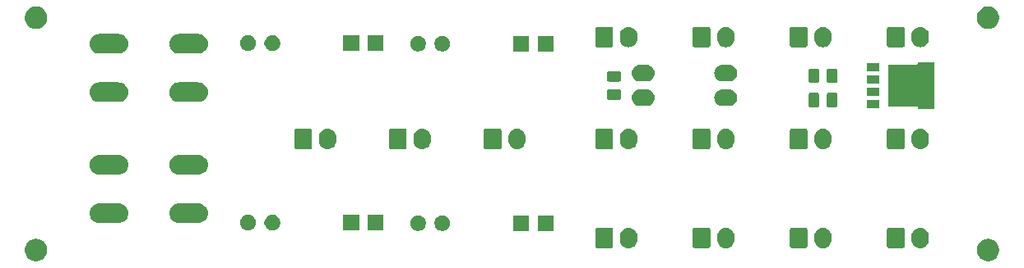
<source format=gbr>
G04 #@! TF.GenerationSoftware,KiCad,Pcbnew,(5.1.5)-3*
G04 #@! TF.CreationDate,2021-02-12T21:05:29+01:00*
G04 #@! TF.ProjectId,Mainboard,4d61696e-626f-4617-9264-2e6b69636164,rev?*
G04 #@! TF.SameCoordinates,Original*
G04 #@! TF.FileFunction,Soldermask,Top*
G04 #@! TF.FilePolarity,Negative*
%FSLAX46Y46*%
G04 Gerber Fmt 4.6, Leading zero omitted, Abs format (unit mm)*
G04 Created by KiCad (PCBNEW (5.1.5)-3) date 2021-02-12 21:05:29*
%MOMM*%
%LPD*%
G04 APERTURE LIST*
%ADD10C,0.100000*%
G04 APERTURE END LIST*
D10*
G36*
X250224549Y-51371116D02*
G01*
X250335734Y-51393232D01*
X250545203Y-51479997D01*
X250733720Y-51605960D01*
X250894040Y-51766280D01*
X251020003Y-51954797D01*
X251106768Y-52164266D01*
X251151000Y-52386636D01*
X251151000Y-52613364D01*
X251106768Y-52835734D01*
X251020003Y-53045203D01*
X250894040Y-53233720D01*
X250733720Y-53394040D01*
X250545203Y-53520003D01*
X250335734Y-53606768D01*
X250224549Y-53628884D01*
X250113365Y-53651000D01*
X249886635Y-53651000D01*
X249775451Y-53628884D01*
X249664266Y-53606768D01*
X249454797Y-53520003D01*
X249266280Y-53394040D01*
X249105960Y-53233720D01*
X248979997Y-53045203D01*
X248893232Y-52835734D01*
X248849000Y-52613364D01*
X248849000Y-52386636D01*
X248893232Y-52164266D01*
X248979997Y-51954797D01*
X249105960Y-51766280D01*
X249266280Y-51605960D01*
X249454797Y-51479997D01*
X249664266Y-51393232D01*
X249775451Y-51371116D01*
X249886635Y-51349000D01*
X250113365Y-51349000D01*
X250224549Y-51371116D01*
G37*
G36*
X152224549Y-51371116D02*
G01*
X152335734Y-51393232D01*
X152545203Y-51479997D01*
X152733720Y-51605960D01*
X152894040Y-51766280D01*
X153020003Y-51954797D01*
X153106768Y-52164266D01*
X153151000Y-52386636D01*
X153151000Y-52613364D01*
X153106768Y-52835734D01*
X153020003Y-53045203D01*
X152894040Y-53233720D01*
X152733720Y-53394040D01*
X152545203Y-53520003D01*
X152335734Y-53606768D01*
X152224549Y-53628884D01*
X152113365Y-53651000D01*
X151886635Y-53651000D01*
X151775451Y-53628884D01*
X151664266Y-53606768D01*
X151454797Y-53520003D01*
X151266280Y-53394040D01*
X151105960Y-53233720D01*
X150979997Y-53045203D01*
X150893232Y-52835734D01*
X150849000Y-52613364D01*
X150849000Y-52386636D01*
X150893232Y-52164266D01*
X150979997Y-51954797D01*
X151105960Y-51766280D01*
X151266280Y-51605960D01*
X151454797Y-51479997D01*
X151664266Y-51393232D01*
X151775451Y-51371116D01*
X151886635Y-51349000D01*
X152113365Y-51349000D01*
X152224549Y-51371116D01*
G37*
G36*
X213176626Y-50212037D02*
G01*
X213346465Y-50263557D01*
X213346467Y-50263558D01*
X213502989Y-50347221D01*
X213640186Y-50459814D01*
X213723448Y-50561271D01*
X213752778Y-50597009D01*
X213836443Y-50753534D01*
X213887963Y-50923373D01*
X213901000Y-51055742D01*
X213901000Y-51444257D01*
X213887963Y-51576626D01*
X213836443Y-51746466D01*
X213752778Y-51902991D01*
X213723448Y-51938729D01*
X213640186Y-52040186D01*
X213545250Y-52118097D01*
X213502991Y-52152778D01*
X213346466Y-52236443D01*
X213176627Y-52287963D01*
X213000000Y-52305359D01*
X212823374Y-52287963D01*
X212653535Y-52236443D01*
X212497010Y-52152778D01*
X212359815Y-52040185D01*
X212247222Y-51902991D01*
X212163557Y-51746466D01*
X212112037Y-51576627D01*
X212099000Y-51444258D01*
X212099000Y-51055743D01*
X212112037Y-50923374D01*
X212163557Y-50753535D01*
X212247222Y-50597010D01*
X212247223Y-50597009D01*
X212359814Y-50459814D01*
X212461271Y-50376552D01*
X212497009Y-50347222D01*
X212653534Y-50263557D01*
X212823373Y-50212037D01*
X213000000Y-50194641D01*
X213176626Y-50212037D01*
G37*
G36*
X233176626Y-50212037D02*
G01*
X233346465Y-50263557D01*
X233346467Y-50263558D01*
X233502989Y-50347221D01*
X233640186Y-50459814D01*
X233723448Y-50561271D01*
X233752778Y-50597009D01*
X233836443Y-50753534D01*
X233887963Y-50923373D01*
X233901000Y-51055742D01*
X233901000Y-51444257D01*
X233887963Y-51576626D01*
X233836443Y-51746466D01*
X233752778Y-51902991D01*
X233723448Y-51938729D01*
X233640186Y-52040186D01*
X233545250Y-52118097D01*
X233502991Y-52152778D01*
X233346466Y-52236443D01*
X233176627Y-52287963D01*
X233000000Y-52305359D01*
X232823374Y-52287963D01*
X232653535Y-52236443D01*
X232497010Y-52152778D01*
X232359815Y-52040185D01*
X232247222Y-51902991D01*
X232163557Y-51746466D01*
X232112037Y-51576627D01*
X232099000Y-51444258D01*
X232099000Y-51055743D01*
X232112037Y-50923374D01*
X232163557Y-50753535D01*
X232247222Y-50597010D01*
X232247223Y-50597009D01*
X232359814Y-50459814D01*
X232461271Y-50376552D01*
X232497009Y-50347222D01*
X232653534Y-50263557D01*
X232823373Y-50212037D01*
X233000000Y-50194641D01*
X233176626Y-50212037D01*
G37*
G36*
X243176626Y-50212037D02*
G01*
X243346465Y-50263557D01*
X243346467Y-50263558D01*
X243502989Y-50347221D01*
X243640186Y-50459814D01*
X243723448Y-50561271D01*
X243752778Y-50597009D01*
X243836443Y-50753534D01*
X243887963Y-50923373D01*
X243901000Y-51055742D01*
X243901000Y-51444257D01*
X243887963Y-51576626D01*
X243836443Y-51746466D01*
X243752778Y-51902991D01*
X243723448Y-51938729D01*
X243640186Y-52040186D01*
X243545250Y-52118097D01*
X243502991Y-52152778D01*
X243346466Y-52236443D01*
X243176627Y-52287963D01*
X243000000Y-52305359D01*
X242823374Y-52287963D01*
X242653535Y-52236443D01*
X242497010Y-52152778D01*
X242359815Y-52040185D01*
X242247222Y-51902991D01*
X242163557Y-51746466D01*
X242112037Y-51576627D01*
X242099000Y-51444258D01*
X242099000Y-51055743D01*
X242112037Y-50923374D01*
X242163557Y-50753535D01*
X242247222Y-50597010D01*
X242247223Y-50597009D01*
X242359814Y-50459814D01*
X242461271Y-50376552D01*
X242497009Y-50347222D01*
X242653534Y-50263557D01*
X242823373Y-50212037D01*
X243000000Y-50194641D01*
X243176626Y-50212037D01*
G37*
G36*
X223176626Y-50212037D02*
G01*
X223346465Y-50263557D01*
X223346467Y-50263558D01*
X223502989Y-50347221D01*
X223640186Y-50459814D01*
X223723448Y-50561271D01*
X223752778Y-50597009D01*
X223836443Y-50753534D01*
X223887963Y-50923373D01*
X223901000Y-51055742D01*
X223901000Y-51444257D01*
X223887963Y-51576626D01*
X223836443Y-51746466D01*
X223752778Y-51902991D01*
X223723448Y-51938729D01*
X223640186Y-52040186D01*
X223545250Y-52118097D01*
X223502991Y-52152778D01*
X223346466Y-52236443D01*
X223176627Y-52287963D01*
X223000000Y-52305359D01*
X222823374Y-52287963D01*
X222653535Y-52236443D01*
X222497010Y-52152778D01*
X222359815Y-52040185D01*
X222247222Y-51902991D01*
X222163557Y-51746466D01*
X222112037Y-51576627D01*
X222099000Y-51444258D01*
X222099000Y-51055743D01*
X222112037Y-50923374D01*
X222163557Y-50753535D01*
X222247222Y-50597010D01*
X222247223Y-50597009D01*
X222359814Y-50459814D01*
X222461271Y-50376552D01*
X222497009Y-50347222D01*
X222653534Y-50263557D01*
X222823373Y-50212037D01*
X223000000Y-50194641D01*
X223176626Y-50212037D01*
G37*
G36*
X211258600Y-50202989D02*
G01*
X211291652Y-50213015D01*
X211322103Y-50229292D01*
X211348799Y-50251201D01*
X211370708Y-50277897D01*
X211386985Y-50308348D01*
X211397011Y-50341400D01*
X211401000Y-50381903D01*
X211401000Y-52118097D01*
X211397011Y-52158600D01*
X211386985Y-52191652D01*
X211370708Y-52222103D01*
X211348799Y-52248799D01*
X211322103Y-52270708D01*
X211291652Y-52286985D01*
X211258600Y-52297011D01*
X211218097Y-52301000D01*
X209781903Y-52301000D01*
X209741400Y-52297011D01*
X209708348Y-52286985D01*
X209677897Y-52270708D01*
X209651201Y-52248799D01*
X209629292Y-52222103D01*
X209613015Y-52191652D01*
X209602989Y-52158600D01*
X209599000Y-52118097D01*
X209599000Y-50381903D01*
X209602989Y-50341400D01*
X209613015Y-50308348D01*
X209629292Y-50277897D01*
X209651201Y-50251201D01*
X209677897Y-50229292D01*
X209708348Y-50213015D01*
X209741400Y-50202989D01*
X209781903Y-50199000D01*
X211218097Y-50199000D01*
X211258600Y-50202989D01*
G37*
G36*
X221258600Y-50202989D02*
G01*
X221291652Y-50213015D01*
X221322103Y-50229292D01*
X221348799Y-50251201D01*
X221370708Y-50277897D01*
X221386985Y-50308348D01*
X221397011Y-50341400D01*
X221401000Y-50381903D01*
X221401000Y-52118097D01*
X221397011Y-52158600D01*
X221386985Y-52191652D01*
X221370708Y-52222103D01*
X221348799Y-52248799D01*
X221322103Y-52270708D01*
X221291652Y-52286985D01*
X221258600Y-52297011D01*
X221218097Y-52301000D01*
X219781903Y-52301000D01*
X219741400Y-52297011D01*
X219708348Y-52286985D01*
X219677897Y-52270708D01*
X219651201Y-52248799D01*
X219629292Y-52222103D01*
X219613015Y-52191652D01*
X219602989Y-52158600D01*
X219599000Y-52118097D01*
X219599000Y-50381903D01*
X219602989Y-50341400D01*
X219613015Y-50308348D01*
X219629292Y-50277897D01*
X219651201Y-50251201D01*
X219677897Y-50229292D01*
X219708348Y-50213015D01*
X219741400Y-50202989D01*
X219781903Y-50199000D01*
X221218097Y-50199000D01*
X221258600Y-50202989D01*
G37*
G36*
X231258600Y-50202989D02*
G01*
X231291652Y-50213015D01*
X231322103Y-50229292D01*
X231348799Y-50251201D01*
X231370708Y-50277897D01*
X231386985Y-50308348D01*
X231397011Y-50341400D01*
X231401000Y-50381903D01*
X231401000Y-52118097D01*
X231397011Y-52158600D01*
X231386985Y-52191652D01*
X231370708Y-52222103D01*
X231348799Y-52248799D01*
X231322103Y-52270708D01*
X231291652Y-52286985D01*
X231258600Y-52297011D01*
X231218097Y-52301000D01*
X229781903Y-52301000D01*
X229741400Y-52297011D01*
X229708348Y-52286985D01*
X229677897Y-52270708D01*
X229651201Y-52248799D01*
X229629292Y-52222103D01*
X229613015Y-52191652D01*
X229602989Y-52158600D01*
X229599000Y-52118097D01*
X229599000Y-50381903D01*
X229602989Y-50341400D01*
X229613015Y-50308348D01*
X229629292Y-50277897D01*
X229651201Y-50251201D01*
X229677897Y-50229292D01*
X229708348Y-50213015D01*
X229741400Y-50202989D01*
X229781903Y-50199000D01*
X231218097Y-50199000D01*
X231258600Y-50202989D01*
G37*
G36*
X241258600Y-50202989D02*
G01*
X241291652Y-50213015D01*
X241322103Y-50229292D01*
X241348799Y-50251201D01*
X241370708Y-50277897D01*
X241386985Y-50308348D01*
X241397011Y-50341400D01*
X241401000Y-50381903D01*
X241401000Y-52118097D01*
X241397011Y-52158600D01*
X241386985Y-52191652D01*
X241370708Y-52222103D01*
X241348799Y-52248799D01*
X241322103Y-52270708D01*
X241291652Y-52286985D01*
X241258600Y-52297011D01*
X241218097Y-52301000D01*
X239781903Y-52301000D01*
X239741400Y-52297011D01*
X239708348Y-52286985D01*
X239677897Y-52270708D01*
X239651201Y-52248799D01*
X239629292Y-52222103D01*
X239613015Y-52191652D01*
X239602989Y-52158600D01*
X239599000Y-52118097D01*
X239599000Y-50381903D01*
X239602989Y-50341400D01*
X239613015Y-50308348D01*
X239629292Y-50277897D01*
X239651201Y-50251201D01*
X239677897Y-50229292D01*
X239708348Y-50213015D01*
X239741400Y-50202989D01*
X239781903Y-50199000D01*
X241218097Y-50199000D01*
X241258600Y-50202989D01*
G37*
G36*
X202759000Y-50535000D02*
G01*
X201133000Y-50535000D01*
X201133000Y-48909000D01*
X202759000Y-48909000D01*
X202759000Y-50535000D01*
G37*
G36*
X205259000Y-50535000D02*
G01*
X203633000Y-50535000D01*
X203633000Y-48909000D01*
X205259000Y-48909000D01*
X205259000Y-50535000D01*
G37*
G36*
X191555142Y-48940242D02*
G01*
X191703101Y-49001529D01*
X191836255Y-49090499D01*
X191949501Y-49203745D01*
X192038471Y-49336899D01*
X192099758Y-49484858D01*
X192131000Y-49641925D01*
X192131000Y-49802075D01*
X192099758Y-49959142D01*
X192038471Y-50107101D01*
X191949501Y-50240255D01*
X191836255Y-50353501D01*
X191703101Y-50442471D01*
X191555142Y-50503758D01*
X191398075Y-50535000D01*
X191237925Y-50535000D01*
X191080858Y-50503758D01*
X190932899Y-50442471D01*
X190799745Y-50353501D01*
X190686499Y-50240255D01*
X190597529Y-50107101D01*
X190536242Y-49959142D01*
X190505000Y-49802075D01*
X190505000Y-49641925D01*
X190536242Y-49484858D01*
X190597529Y-49336899D01*
X190686499Y-49203745D01*
X190799745Y-49090499D01*
X190932899Y-49001529D01*
X191080858Y-48940242D01*
X191237925Y-48909000D01*
X191398075Y-48909000D01*
X191555142Y-48940242D01*
G37*
G36*
X194055142Y-48940242D02*
G01*
X194203101Y-49001529D01*
X194336255Y-49090499D01*
X194449501Y-49203745D01*
X194538471Y-49336899D01*
X194599758Y-49484858D01*
X194631000Y-49641925D01*
X194631000Y-49802075D01*
X194599758Y-49959142D01*
X194538471Y-50107101D01*
X194449501Y-50240255D01*
X194336255Y-50353501D01*
X194203101Y-50442471D01*
X194055142Y-50503758D01*
X193898075Y-50535000D01*
X193737925Y-50535000D01*
X193580858Y-50503758D01*
X193432899Y-50442471D01*
X193299745Y-50353501D01*
X193186499Y-50240255D01*
X193097529Y-50107101D01*
X193036242Y-49959142D01*
X193005000Y-49802075D01*
X193005000Y-49641925D01*
X193036242Y-49484858D01*
X193097529Y-49336899D01*
X193186499Y-49203745D01*
X193299745Y-49090499D01*
X193432899Y-49001529D01*
X193580858Y-48940242D01*
X193737925Y-48909000D01*
X193898075Y-48909000D01*
X194055142Y-48940242D01*
G37*
G36*
X174055142Y-48894242D02*
G01*
X174203101Y-48955529D01*
X174336255Y-49044499D01*
X174449501Y-49157745D01*
X174538471Y-49290899D01*
X174599758Y-49438858D01*
X174631000Y-49595925D01*
X174631000Y-49756075D01*
X174599758Y-49913142D01*
X174538471Y-50061101D01*
X174449501Y-50194255D01*
X174336255Y-50307501D01*
X174203101Y-50396471D01*
X174055142Y-50457758D01*
X173898075Y-50489000D01*
X173737925Y-50489000D01*
X173580858Y-50457758D01*
X173432899Y-50396471D01*
X173299745Y-50307501D01*
X173186499Y-50194255D01*
X173097529Y-50061101D01*
X173036242Y-49913142D01*
X173005000Y-49756075D01*
X173005000Y-49595925D01*
X173036242Y-49438858D01*
X173097529Y-49290899D01*
X173186499Y-49157745D01*
X173299745Y-49044499D01*
X173432899Y-48955529D01*
X173580858Y-48894242D01*
X173737925Y-48863000D01*
X173898075Y-48863000D01*
X174055142Y-48894242D01*
G37*
G36*
X176555142Y-48894242D02*
G01*
X176703101Y-48955529D01*
X176836255Y-49044499D01*
X176949501Y-49157745D01*
X177038471Y-49290899D01*
X177099758Y-49438858D01*
X177131000Y-49595925D01*
X177131000Y-49756075D01*
X177099758Y-49913142D01*
X177038471Y-50061101D01*
X176949501Y-50194255D01*
X176836255Y-50307501D01*
X176703101Y-50396471D01*
X176555142Y-50457758D01*
X176398075Y-50489000D01*
X176237925Y-50489000D01*
X176080858Y-50457758D01*
X175932899Y-50396471D01*
X175799745Y-50307501D01*
X175686499Y-50194255D01*
X175597529Y-50061101D01*
X175536242Y-49913142D01*
X175505000Y-49756075D01*
X175505000Y-49595925D01*
X175536242Y-49438858D01*
X175597529Y-49290899D01*
X175686499Y-49157745D01*
X175799745Y-49044499D01*
X175932899Y-48955529D01*
X176080858Y-48894242D01*
X176237925Y-48863000D01*
X176398075Y-48863000D01*
X176555142Y-48894242D01*
G37*
G36*
X185259000Y-50489000D02*
G01*
X183633000Y-50489000D01*
X183633000Y-48863000D01*
X185259000Y-48863000D01*
X185259000Y-50489000D01*
G37*
G36*
X187759000Y-50489000D02*
G01*
X186133000Y-50489000D01*
X186133000Y-48863000D01*
X187759000Y-48863000D01*
X187759000Y-50489000D01*
G37*
G36*
X160564879Y-47688701D02*
G01*
X160664410Y-47698504D01*
X160855964Y-47756612D01*
X160855967Y-47756613D01*
X161014384Y-47841289D01*
X161032502Y-47850973D01*
X161187238Y-47977962D01*
X161314227Y-48132698D01*
X161314228Y-48132700D01*
X161408587Y-48309233D01*
X161408588Y-48309236D01*
X161466696Y-48500790D01*
X161486316Y-48700000D01*
X161466696Y-48899210D01*
X161422622Y-49044501D01*
X161408587Y-49090767D01*
X161372786Y-49157745D01*
X161314227Y-49267302D01*
X161187238Y-49422038D01*
X161032502Y-49549027D01*
X161032500Y-49549028D01*
X160855967Y-49643387D01*
X160855964Y-49643388D01*
X160664410Y-49701496D01*
X160564879Y-49711299D01*
X160515115Y-49716200D01*
X158484885Y-49716200D01*
X158435121Y-49711299D01*
X158335590Y-49701496D01*
X158144036Y-49643388D01*
X158144033Y-49643387D01*
X157967500Y-49549028D01*
X157967498Y-49549027D01*
X157812762Y-49422038D01*
X157685773Y-49267302D01*
X157627214Y-49157745D01*
X157591413Y-49090767D01*
X157577378Y-49044501D01*
X157533304Y-48899210D01*
X157513684Y-48700000D01*
X157533304Y-48500790D01*
X157591412Y-48309236D01*
X157591413Y-48309233D01*
X157685772Y-48132700D01*
X157685773Y-48132698D01*
X157812762Y-47977962D01*
X157967498Y-47850973D01*
X157985616Y-47841289D01*
X158144033Y-47756613D01*
X158144036Y-47756612D01*
X158335590Y-47698504D01*
X158435121Y-47688701D01*
X158484885Y-47683800D01*
X160515115Y-47683800D01*
X160564879Y-47688701D01*
G37*
G36*
X168764879Y-47688701D02*
G01*
X168864410Y-47698504D01*
X169055964Y-47756612D01*
X169055967Y-47756613D01*
X169214384Y-47841289D01*
X169232502Y-47850973D01*
X169387238Y-47977962D01*
X169514227Y-48132698D01*
X169514228Y-48132700D01*
X169608587Y-48309233D01*
X169608588Y-48309236D01*
X169666696Y-48500790D01*
X169686316Y-48700000D01*
X169666696Y-48899210D01*
X169622622Y-49044501D01*
X169608587Y-49090767D01*
X169572786Y-49157745D01*
X169514227Y-49267302D01*
X169387238Y-49422038D01*
X169232502Y-49549027D01*
X169232500Y-49549028D01*
X169055967Y-49643387D01*
X169055964Y-49643388D01*
X168864410Y-49701496D01*
X168764879Y-49711299D01*
X168715115Y-49716200D01*
X166684885Y-49716200D01*
X166635121Y-49711299D01*
X166535590Y-49701496D01*
X166344036Y-49643388D01*
X166344033Y-49643387D01*
X166167500Y-49549028D01*
X166167498Y-49549027D01*
X166012762Y-49422038D01*
X165885773Y-49267302D01*
X165827214Y-49157745D01*
X165791413Y-49090767D01*
X165777378Y-49044501D01*
X165733304Y-48899210D01*
X165713684Y-48700000D01*
X165733304Y-48500790D01*
X165791412Y-48309236D01*
X165791413Y-48309233D01*
X165885772Y-48132700D01*
X165885773Y-48132698D01*
X166012762Y-47977962D01*
X166167498Y-47850973D01*
X166185616Y-47841289D01*
X166344033Y-47756613D01*
X166344036Y-47756612D01*
X166535590Y-47698504D01*
X166635121Y-47688701D01*
X166684885Y-47683800D01*
X168715115Y-47683800D01*
X168764879Y-47688701D01*
G37*
G36*
X160564879Y-42688701D02*
G01*
X160664410Y-42698504D01*
X160855964Y-42756612D01*
X160855967Y-42756613D01*
X161014384Y-42841289D01*
X161032502Y-42850973D01*
X161187238Y-42977962D01*
X161314227Y-43132698D01*
X161314228Y-43132700D01*
X161408587Y-43309233D01*
X161408588Y-43309236D01*
X161466696Y-43500790D01*
X161486316Y-43700000D01*
X161466696Y-43899210D01*
X161408588Y-44090764D01*
X161408587Y-44090767D01*
X161323911Y-44249184D01*
X161314227Y-44267302D01*
X161187238Y-44422038D01*
X161032502Y-44549027D01*
X161032500Y-44549028D01*
X160855967Y-44643387D01*
X160855964Y-44643388D01*
X160664410Y-44701496D01*
X160564879Y-44711299D01*
X160515115Y-44716200D01*
X158484885Y-44716200D01*
X158435121Y-44711299D01*
X158335590Y-44701496D01*
X158144036Y-44643388D01*
X158144033Y-44643387D01*
X157967500Y-44549028D01*
X157967498Y-44549027D01*
X157812762Y-44422038D01*
X157685773Y-44267302D01*
X157676089Y-44249184D01*
X157591413Y-44090767D01*
X157591412Y-44090764D01*
X157533304Y-43899210D01*
X157513684Y-43700000D01*
X157533304Y-43500790D01*
X157591412Y-43309236D01*
X157591413Y-43309233D01*
X157685772Y-43132700D01*
X157685773Y-43132698D01*
X157812762Y-42977962D01*
X157967498Y-42850973D01*
X157985616Y-42841289D01*
X158144033Y-42756613D01*
X158144036Y-42756612D01*
X158335590Y-42698504D01*
X158435121Y-42688701D01*
X158484885Y-42683800D01*
X160515115Y-42683800D01*
X160564879Y-42688701D01*
G37*
G36*
X168764879Y-42688701D02*
G01*
X168864410Y-42698504D01*
X169055964Y-42756612D01*
X169055967Y-42756613D01*
X169214384Y-42841289D01*
X169232502Y-42850973D01*
X169387238Y-42977962D01*
X169514227Y-43132698D01*
X169514228Y-43132700D01*
X169608587Y-43309233D01*
X169608588Y-43309236D01*
X169666696Y-43500790D01*
X169686316Y-43700000D01*
X169666696Y-43899210D01*
X169608588Y-44090764D01*
X169608587Y-44090767D01*
X169523911Y-44249184D01*
X169514227Y-44267302D01*
X169387238Y-44422038D01*
X169232502Y-44549027D01*
X169232500Y-44549028D01*
X169055967Y-44643387D01*
X169055964Y-44643388D01*
X168864410Y-44701496D01*
X168764879Y-44711299D01*
X168715115Y-44716200D01*
X166684885Y-44716200D01*
X166635121Y-44711299D01*
X166535590Y-44701496D01*
X166344036Y-44643388D01*
X166344033Y-44643387D01*
X166167500Y-44549028D01*
X166167498Y-44549027D01*
X166012762Y-44422038D01*
X165885773Y-44267302D01*
X165876089Y-44249184D01*
X165791413Y-44090767D01*
X165791412Y-44090764D01*
X165733304Y-43899210D01*
X165713684Y-43700000D01*
X165733304Y-43500790D01*
X165791412Y-43309236D01*
X165791413Y-43309233D01*
X165885772Y-43132700D01*
X165885773Y-43132698D01*
X166012762Y-42977962D01*
X166167498Y-42850973D01*
X166185616Y-42841289D01*
X166344033Y-42756613D01*
X166344036Y-42756612D01*
X166535590Y-42698504D01*
X166635121Y-42688701D01*
X166684885Y-42683800D01*
X168715115Y-42683800D01*
X168764879Y-42688701D01*
G37*
G36*
X213176626Y-39987037D02*
G01*
X213346465Y-40038557D01*
X213346467Y-40038558D01*
X213502989Y-40122221D01*
X213640186Y-40234814D01*
X213723448Y-40336271D01*
X213752778Y-40372009D01*
X213836443Y-40528534D01*
X213887963Y-40698373D01*
X213901000Y-40830742D01*
X213901000Y-41219257D01*
X213887963Y-41351626D01*
X213836443Y-41521466D01*
X213752778Y-41677991D01*
X213723448Y-41713729D01*
X213640186Y-41815186D01*
X213545250Y-41893097D01*
X213502991Y-41927778D01*
X213346466Y-42011443D01*
X213176627Y-42062963D01*
X213000000Y-42080359D01*
X212823374Y-42062963D01*
X212653535Y-42011443D01*
X212497010Y-41927778D01*
X212359815Y-41815185D01*
X212247222Y-41677991D01*
X212163557Y-41521466D01*
X212112037Y-41351627D01*
X212099000Y-41219258D01*
X212099000Y-40830743D01*
X212112037Y-40698374D01*
X212163557Y-40528535D01*
X212247222Y-40372010D01*
X212247223Y-40372009D01*
X212359814Y-40234814D01*
X212461271Y-40151552D01*
X212497009Y-40122222D01*
X212653534Y-40038557D01*
X212823373Y-39987037D01*
X213000000Y-39969641D01*
X213176626Y-39987037D01*
G37*
G36*
X223176626Y-39987037D02*
G01*
X223346465Y-40038557D01*
X223346467Y-40038558D01*
X223502989Y-40122221D01*
X223640186Y-40234814D01*
X223723448Y-40336271D01*
X223752778Y-40372009D01*
X223836443Y-40528534D01*
X223887963Y-40698373D01*
X223901000Y-40830742D01*
X223901000Y-41219257D01*
X223887963Y-41351626D01*
X223836443Y-41521466D01*
X223752778Y-41677991D01*
X223723448Y-41713729D01*
X223640186Y-41815186D01*
X223545250Y-41893097D01*
X223502991Y-41927778D01*
X223346466Y-42011443D01*
X223176627Y-42062963D01*
X223000000Y-42080359D01*
X222823374Y-42062963D01*
X222653535Y-42011443D01*
X222497010Y-41927778D01*
X222359815Y-41815185D01*
X222247222Y-41677991D01*
X222163557Y-41521466D01*
X222112037Y-41351627D01*
X222099000Y-41219258D01*
X222099000Y-40830743D01*
X222112037Y-40698374D01*
X222163557Y-40528535D01*
X222247222Y-40372010D01*
X222247223Y-40372009D01*
X222359814Y-40234814D01*
X222461271Y-40151552D01*
X222497009Y-40122222D01*
X222653534Y-40038557D01*
X222823373Y-39987037D01*
X223000000Y-39969641D01*
X223176626Y-39987037D01*
G37*
G36*
X233176626Y-39987037D02*
G01*
X233346465Y-40038557D01*
X233346467Y-40038558D01*
X233502989Y-40122221D01*
X233640186Y-40234814D01*
X233723448Y-40336271D01*
X233752778Y-40372009D01*
X233836443Y-40528534D01*
X233887963Y-40698373D01*
X233901000Y-40830742D01*
X233901000Y-41219257D01*
X233887963Y-41351626D01*
X233836443Y-41521466D01*
X233752778Y-41677991D01*
X233723448Y-41713729D01*
X233640186Y-41815186D01*
X233545250Y-41893097D01*
X233502991Y-41927778D01*
X233346466Y-42011443D01*
X233176627Y-42062963D01*
X233000000Y-42080359D01*
X232823374Y-42062963D01*
X232653535Y-42011443D01*
X232497010Y-41927778D01*
X232359815Y-41815185D01*
X232247222Y-41677991D01*
X232163557Y-41521466D01*
X232112037Y-41351627D01*
X232099000Y-41219258D01*
X232099000Y-40830743D01*
X232112037Y-40698374D01*
X232163557Y-40528535D01*
X232247222Y-40372010D01*
X232247223Y-40372009D01*
X232359814Y-40234814D01*
X232461271Y-40151552D01*
X232497009Y-40122222D01*
X232653534Y-40038557D01*
X232823373Y-39987037D01*
X233000000Y-39969641D01*
X233176626Y-39987037D01*
G37*
G36*
X201676626Y-39987037D02*
G01*
X201846465Y-40038557D01*
X201846467Y-40038558D01*
X202002989Y-40122221D01*
X202140186Y-40234814D01*
X202223448Y-40336271D01*
X202252778Y-40372009D01*
X202336443Y-40528534D01*
X202387963Y-40698373D01*
X202401000Y-40830742D01*
X202401000Y-41219257D01*
X202387963Y-41351626D01*
X202336443Y-41521466D01*
X202252778Y-41677991D01*
X202223448Y-41713729D01*
X202140186Y-41815186D01*
X202045250Y-41893097D01*
X202002991Y-41927778D01*
X201846466Y-42011443D01*
X201676627Y-42062963D01*
X201500000Y-42080359D01*
X201323374Y-42062963D01*
X201153535Y-42011443D01*
X200997010Y-41927778D01*
X200859815Y-41815185D01*
X200747222Y-41677991D01*
X200663557Y-41521466D01*
X200612037Y-41351627D01*
X200599000Y-41219258D01*
X200599000Y-40830743D01*
X200612037Y-40698374D01*
X200663557Y-40528535D01*
X200747222Y-40372010D01*
X200747223Y-40372009D01*
X200859814Y-40234814D01*
X200961271Y-40151552D01*
X200997009Y-40122222D01*
X201153534Y-40038557D01*
X201323373Y-39987037D01*
X201500000Y-39969641D01*
X201676626Y-39987037D01*
G37*
G36*
X191926626Y-39987037D02*
G01*
X192096465Y-40038557D01*
X192096467Y-40038558D01*
X192252989Y-40122221D01*
X192390186Y-40234814D01*
X192473448Y-40336271D01*
X192502778Y-40372009D01*
X192586443Y-40528534D01*
X192637963Y-40698373D01*
X192651000Y-40830742D01*
X192651000Y-41219257D01*
X192637963Y-41351626D01*
X192586443Y-41521466D01*
X192502778Y-41677991D01*
X192473448Y-41713729D01*
X192390186Y-41815186D01*
X192295250Y-41893097D01*
X192252991Y-41927778D01*
X192096466Y-42011443D01*
X191926627Y-42062963D01*
X191750000Y-42080359D01*
X191573374Y-42062963D01*
X191403535Y-42011443D01*
X191247010Y-41927778D01*
X191109815Y-41815185D01*
X190997222Y-41677991D01*
X190913557Y-41521466D01*
X190862037Y-41351627D01*
X190849000Y-41219258D01*
X190849000Y-40830743D01*
X190862037Y-40698374D01*
X190913557Y-40528535D01*
X190997222Y-40372010D01*
X190997223Y-40372009D01*
X191109814Y-40234814D01*
X191211271Y-40151552D01*
X191247009Y-40122222D01*
X191403534Y-40038557D01*
X191573373Y-39987037D01*
X191750000Y-39969641D01*
X191926626Y-39987037D01*
G37*
G36*
X243176626Y-39987037D02*
G01*
X243346465Y-40038557D01*
X243346467Y-40038558D01*
X243502989Y-40122221D01*
X243640186Y-40234814D01*
X243723448Y-40336271D01*
X243752778Y-40372009D01*
X243836443Y-40528534D01*
X243887963Y-40698373D01*
X243901000Y-40830742D01*
X243901000Y-41219257D01*
X243887963Y-41351626D01*
X243836443Y-41521466D01*
X243752778Y-41677991D01*
X243723448Y-41713729D01*
X243640186Y-41815186D01*
X243545250Y-41893097D01*
X243502991Y-41927778D01*
X243346466Y-42011443D01*
X243176627Y-42062963D01*
X243000000Y-42080359D01*
X242823374Y-42062963D01*
X242653535Y-42011443D01*
X242497010Y-41927778D01*
X242359815Y-41815185D01*
X242247222Y-41677991D01*
X242163557Y-41521466D01*
X242112037Y-41351627D01*
X242099000Y-41219258D01*
X242099000Y-40830743D01*
X242112037Y-40698374D01*
X242163557Y-40528535D01*
X242247222Y-40372010D01*
X242247223Y-40372009D01*
X242359814Y-40234814D01*
X242461271Y-40151552D01*
X242497009Y-40122222D01*
X242653534Y-40038557D01*
X242823373Y-39987037D01*
X243000000Y-39969641D01*
X243176626Y-39987037D01*
G37*
G36*
X182176626Y-39987037D02*
G01*
X182346465Y-40038557D01*
X182346467Y-40038558D01*
X182502989Y-40122221D01*
X182640186Y-40234814D01*
X182723448Y-40336271D01*
X182752778Y-40372009D01*
X182836443Y-40528534D01*
X182887963Y-40698373D01*
X182901000Y-40830742D01*
X182901000Y-41219257D01*
X182887963Y-41351626D01*
X182836443Y-41521466D01*
X182752778Y-41677991D01*
X182723448Y-41713729D01*
X182640186Y-41815186D01*
X182545250Y-41893097D01*
X182502991Y-41927778D01*
X182346466Y-42011443D01*
X182176627Y-42062963D01*
X182000000Y-42080359D01*
X181823374Y-42062963D01*
X181653535Y-42011443D01*
X181497010Y-41927778D01*
X181359815Y-41815185D01*
X181247222Y-41677991D01*
X181163557Y-41521466D01*
X181112037Y-41351627D01*
X181099000Y-41219258D01*
X181099000Y-40830743D01*
X181112037Y-40698374D01*
X181163557Y-40528535D01*
X181247222Y-40372010D01*
X181247223Y-40372009D01*
X181359814Y-40234814D01*
X181461271Y-40151552D01*
X181497009Y-40122222D01*
X181653534Y-40038557D01*
X181823373Y-39987037D01*
X182000000Y-39969641D01*
X182176626Y-39987037D01*
G37*
G36*
X241258600Y-39977989D02*
G01*
X241291652Y-39988015D01*
X241322103Y-40004292D01*
X241348799Y-40026201D01*
X241370708Y-40052897D01*
X241386985Y-40083348D01*
X241397011Y-40116400D01*
X241401000Y-40156903D01*
X241401000Y-41893097D01*
X241397011Y-41933600D01*
X241386985Y-41966652D01*
X241370708Y-41997103D01*
X241348799Y-42023799D01*
X241322103Y-42045708D01*
X241291652Y-42061985D01*
X241258600Y-42072011D01*
X241218097Y-42076000D01*
X239781903Y-42076000D01*
X239741400Y-42072011D01*
X239708348Y-42061985D01*
X239677897Y-42045708D01*
X239651201Y-42023799D01*
X239629292Y-41997103D01*
X239613015Y-41966652D01*
X239602989Y-41933600D01*
X239599000Y-41893097D01*
X239599000Y-40156903D01*
X239602989Y-40116400D01*
X239613015Y-40083348D01*
X239629292Y-40052897D01*
X239651201Y-40026201D01*
X239677897Y-40004292D01*
X239708348Y-39988015D01*
X239741400Y-39977989D01*
X239781903Y-39974000D01*
X241218097Y-39974000D01*
X241258600Y-39977989D01*
G37*
G36*
X180258600Y-39977989D02*
G01*
X180291652Y-39988015D01*
X180322103Y-40004292D01*
X180348799Y-40026201D01*
X180370708Y-40052897D01*
X180386985Y-40083348D01*
X180397011Y-40116400D01*
X180401000Y-40156903D01*
X180401000Y-41893097D01*
X180397011Y-41933600D01*
X180386985Y-41966652D01*
X180370708Y-41997103D01*
X180348799Y-42023799D01*
X180322103Y-42045708D01*
X180291652Y-42061985D01*
X180258600Y-42072011D01*
X180218097Y-42076000D01*
X178781903Y-42076000D01*
X178741400Y-42072011D01*
X178708348Y-42061985D01*
X178677897Y-42045708D01*
X178651201Y-42023799D01*
X178629292Y-41997103D01*
X178613015Y-41966652D01*
X178602989Y-41933600D01*
X178599000Y-41893097D01*
X178599000Y-40156903D01*
X178602989Y-40116400D01*
X178613015Y-40083348D01*
X178629292Y-40052897D01*
X178651201Y-40026201D01*
X178677897Y-40004292D01*
X178708348Y-39988015D01*
X178741400Y-39977989D01*
X178781903Y-39974000D01*
X180218097Y-39974000D01*
X180258600Y-39977989D01*
G37*
G36*
X211258600Y-39977989D02*
G01*
X211291652Y-39988015D01*
X211322103Y-40004292D01*
X211348799Y-40026201D01*
X211370708Y-40052897D01*
X211386985Y-40083348D01*
X211397011Y-40116400D01*
X211401000Y-40156903D01*
X211401000Y-41893097D01*
X211397011Y-41933600D01*
X211386985Y-41966652D01*
X211370708Y-41997103D01*
X211348799Y-42023799D01*
X211322103Y-42045708D01*
X211291652Y-42061985D01*
X211258600Y-42072011D01*
X211218097Y-42076000D01*
X209781903Y-42076000D01*
X209741400Y-42072011D01*
X209708348Y-42061985D01*
X209677897Y-42045708D01*
X209651201Y-42023799D01*
X209629292Y-41997103D01*
X209613015Y-41966652D01*
X209602989Y-41933600D01*
X209599000Y-41893097D01*
X209599000Y-40156903D01*
X209602989Y-40116400D01*
X209613015Y-40083348D01*
X209629292Y-40052897D01*
X209651201Y-40026201D01*
X209677897Y-40004292D01*
X209708348Y-39988015D01*
X209741400Y-39977989D01*
X209781903Y-39974000D01*
X211218097Y-39974000D01*
X211258600Y-39977989D01*
G37*
G36*
X190008600Y-39977989D02*
G01*
X190041652Y-39988015D01*
X190072103Y-40004292D01*
X190098799Y-40026201D01*
X190120708Y-40052897D01*
X190136985Y-40083348D01*
X190147011Y-40116400D01*
X190151000Y-40156903D01*
X190151000Y-41893097D01*
X190147011Y-41933600D01*
X190136985Y-41966652D01*
X190120708Y-41997103D01*
X190098799Y-42023799D01*
X190072103Y-42045708D01*
X190041652Y-42061985D01*
X190008600Y-42072011D01*
X189968097Y-42076000D01*
X188531903Y-42076000D01*
X188491400Y-42072011D01*
X188458348Y-42061985D01*
X188427897Y-42045708D01*
X188401201Y-42023799D01*
X188379292Y-41997103D01*
X188363015Y-41966652D01*
X188352989Y-41933600D01*
X188349000Y-41893097D01*
X188349000Y-40156903D01*
X188352989Y-40116400D01*
X188363015Y-40083348D01*
X188379292Y-40052897D01*
X188401201Y-40026201D01*
X188427897Y-40004292D01*
X188458348Y-39988015D01*
X188491400Y-39977989D01*
X188531903Y-39974000D01*
X189968097Y-39974000D01*
X190008600Y-39977989D01*
G37*
G36*
X199758600Y-39977989D02*
G01*
X199791652Y-39988015D01*
X199822103Y-40004292D01*
X199848799Y-40026201D01*
X199870708Y-40052897D01*
X199886985Y-40083348D01*
X199897011Y-40116400D01*
X199901000Y-40156903D01*
X199901000Y-41893097D01*
X199897011Y-41933600D01*
X199886985Y-41966652D01*
X199870708Y-41997103D01*
X199848799Y-42023799D01*
X199822103Y-42045708D01*
X199791652Y-42061985D01*
X199758600Y-42072011D01*
X199718097Y-42076000D01*
X198281903Y-42076000D01*
X198241400Y-42072011D01*
X198208348Y-42061985D01*
X198177897Y-42045708D01*
X198151201Y-42023799D01*
X198129292Y-41997103D01*
X198113015Y-41966652D01*
X198102989Y-41933600D01*
X198099000Y-41893097D01*
X198099000Y-40156903D01*
X198102989Y-40116400D01*
X198113015Y-40083348D01*
X198129292Y-40052897D01*
X198151201Y-40026201D01*
X198177897Y-40004292D01*
X198208348Y-39988015D01*
X198241400Y-39977989D01*
X198281903Y-39974000D01*
X199718097Y-39974000D01*
X199758600Y-39977989D01*
G37*
G36*
X221258600Y-39977989D02*
G01*
X221291652Y-39988015D01*
X221322103Y-40004292D01*
X221348799Y-40026201D01*
X221370708Y-40052897D01*
X221386985Y-40083348D01*
X221397011Y-40116400D01*
X221401000Y-40156903D01*
X221401000Y-41893097D01*
X221397011Y-41933600D01*
X221386985Y-41966652D01*
X221370708Y-41997103D01*
X221348799Y-42023799D01*
X221322103Y-42045708D01*
X221291652Y-42061985D01*
X221258600Y-42072011D01*
X221218097Y-42076000D01*
X219781903Y-42076000D01*
X219741400Y-42072011D01*
X219708348Y-42061985D01*
X219677897Y-42045708D01*
X219651201Y-42023799D01*
X219629292Y-41997103D01*
X219613015Y-41966652D01*
X219602989Y-41933600D01*
X219599000Y-41893097D01*
X219599000Y-40156903D01*
X219602989Y-40116400D01*
X219613015Y-40083348D01*
X219629292Y-40052897D01*
X219651201Y-40026201D01*
X219677897Y-40004292D01*
X219708348Y-39988015D01*
X219741400Y-39977989D01*
X219781903Y-39974000D01*
X221218097Y-39974000D01*
X221258600Y-39977989D01*
G37*
G36*
X231258600Y-39977989D02*
G01*
X231291652Y-39988015D01*
X231322103Y-40004292D01*
X231348799Y-40026201D01*
X231370708Y-40052897D01*
X231386985Y-40083348D01*
X231397011Y-40116400D01*
X231401000Y-40156903D01*
X231401000Y-41893097D01*
X231397011Y-41933600D01*
X231386985Y-41966652D01*
X231370708Y-41997103D01*
X231348799Y-42023799D01*
X231322103Y-42045708D01*
X231291652Y-42061985D01*
X231258600Y-42072011D01*
X231218097Y-42076000D01*
X229781903Y-42076000D01*
X229741400Y-42072011D01*
X229708348Y-42061985D01*
X229677897Y-42045708D01*
X229651201Y-42023799D01*
X229629292Y-41997103D01*
X229613015Y-41966652D01*
X229602989Y-41933600D01*
X229599000Y-41893097D01*
X229599000Y-40156903D01*
X229602989Y-40116400D01*
X229613015Y-40083348D01*
X229629292Y-40052897D01*
X229651201Y-40026201D01*
X229677897Y-40004292D01*
X229708348Y-39988015D01*
X229741400Y-39977989D01*
X229781903Y-39974000D01*
X231218097Y-39974000D01*
X231258600Y-39977989D01*
G37*
G36*
X244423721Y-33081012D02*
G01*
X244436921Y-33085016D01*
X244449078Y-33091514D01*
X244459738Y-33100262D01*
X244468486Y-33110922D01*
X244474984Y-33123079D01*
X244478988Y-33136279D01*
X244480944Y-33156140D01*
X244480944Y-37843860D01*
X244478988Y-37863721D01*
X244474984Y-37876921D01*
X244468486Y-37889078D01*
X244459738Y-37899738D01*
X244449078Y-37908486D01*
X244436921Y-37914984D01*
X244423721Y-37918988D01*
X244403860Y-37920944D01*
X242866140Y-37920944D01*
X242846279Y-37918988D01*
X242833079Y-37914984D01*
X242820922Y-37908486D01*
X242810262Y-37899738D01*
X242801514Y-37889078D01*
X242795016Y-37876921D01*
X242791012Y-37863721D01*
X242789056Y-37843860D01*
X242789056Y-37795943D01*
X242786654Y-37771557D01*
X242779541Y-37748108D01*
X242767990Y-37726497D01*
X242752445Y-37707555D01*
X242733503Y-37692010D01*
X242711892Y-37680459D01*
X242688443Y-37673346D01*
X242664057Y-37670944D01*
X239791140Y-37670944D01*
X239771279Y-37668988D01*
X239758079Y-37664984D01*
X239745922Y-37658486D01*
X239735262Y-37649738D01*
X239726514Y-37639078D01*
X239720016Y-37626921D01*
X239716012Y-37613721D01*
X239714056Y-37593860D01*
X239714056Y-33406140D01*
X239716012Y-33386279D01*
X239720016Y-33373079D01*
X239726514Y-33360922D01*
X239735262Y-33350262D01*
X239745922Y-33341514D01*
X239758079Y-33335016D01*
X239771279Y-33331012D01*
X239791140Y-33329056D01*
X242664057Y-33329056D01*
X242688443Y-33326654D01*
X242711892Y-33319541D01*
X242733503Y-33307990D01*
X242752445Y-33292445D01*
X242767990Y-33273503D01*
X242779541Y-33251892D01*
X242786654Y-33228443D01*
X242789056Y-33204057D01*
X242789056Y-33156140D01*
X242791012Y-33136279D01*
X242795016Y-33123079D01*
X242801514Y-33110922D01*
X242810262Y-33100262D01*
X242820922Y-33091514D01*
X242833079Y-33085016D01*
X242846279Y-33081012D01*
X242866140Y-33079056D01*
X244403860Y-33079056D01*
X244423721Y-33081012D01*
G37*
G36*
X238810000Y-37830000D02*
G01*
X237520000Y-37830000D01*
X237520000Y-36990000D01*
X238810000Y-36990000D01*
X238810000Y-37830000D01*
G37*
G36*
X232434468Y-36253565D02*
G01*
X232473138Y-36265296D01*
X232508777Y-36284346D01*
X232540017Y-36309983D01*
X232565654Y-36341223D01*
X232584704Y-36376862D01*
X232596435Y-36415532D01*
X232601000Y-36461888D01*
X232601000Y-37538112D01*
X232596435Y-37584468D01*
X232584704Y-37623138D01*
X232565654Y-37658777D01*
X232540017Y-37690017D01*
X232508777Y-37715654D01*
X232473138Y-37734704D01*
X232434468Y-37746435D01*
X232388112Y-37751000D01*
X231736888Y-37751000D01*
X231690532Y-37746435D01*
X231651862Y-37734704D01*
X231616223Y-37715654D01*
X231584983Y-37690017D01*
X231559346Y-37658777D01*
X231540296Y-37623138D01*
X231528565Y-37584468D01*
X231524000Y-37538112D01*
X231524000Y-36461888D01*
X231528565Y-36415532D01*
X231540296Y-36376862D01*
X231559346Y-36341223D01*
X231584983Y-36309983D01*
X231616223Y-36284346D01*
X231651862Y-36265296D01*
X231690532Y-36253565D01*
X231736888Y-36249000D01*
X232388112Y-36249000D01*
X232434468Y-36253565D01*
G37*
G36*
X234309468Y-36253565D02*
G01*
X234348138Y-36265296D01*
X234383777Y-36284346D01*
X234415017Y-36309983D01*
X234440654Y-36341223D01*
X234459704Y-36376862D01*
X234471435Y-36415532D01*
X234476000Y-36461888D01*
X234476000Y-37538112D01*
X234471435Y-37584468D01*
X234459704Y-37623138D01*
X234440654Y-37658777D01*
X234415017Y-37690017D01*
X234383777Y-37715654D01*
X234348138Y-37734704D01*
X234309468Y-37746435D01*
X234263112Y-37751000D01*
X233611888Y-37751000D01*
X233565532Y-37746435D01*
X233526862Y-37734704D01*
X233491223Y-37715654D01*
X233459983Y-37690017D01*
X233434346Y-37658777D01*
X233415296Y-37623138D01*
X233403565Y-37584468D01*
X233399000Y-37538112D01*
X233399000Y-36461888D01*
X233403565Y-36415532D01*
X233415296Y-36376862D01*
X233434346Y-36341223D01*
X233459983Y-36309983D01*
X233491223Y-36284346D01*
X233526862Y-36265296D01*
X233565532Y-36253565D01*
X233611888Y-36249000D01*
X234263112Y-36249000D01*
X234309468Y-36253565D01*
G37*
G36*
X223491823Y-35931313D02*
G01*
X223652242Y-35979976D01*
X223724620Y-36018663D01*
X223800078Y-36058996D01*
X223929659Y-36165341D01*
X224036004Y-36294922D01*
X224036005Y-36294924D01*
X224115024Y-36442758D01*
X224163687Y-36603177D01*
X224180117Y-36770000D01*
X224163687Y-36936823D01*
X224115024Y-37097242D01*
X224044114Y-37229906D01*
X224036004Y-37245078D01*
X223929659Y-37374659D01*
X223800078Y-37481004D01*
X223800076Y-37481005D01*
X223652242Y-37560024D01*
X223491823Y-37608687D01*
X223366804Y-37621000D01*
X222633196Y-37621000D01*
X222508177Y-37608687D01*
X222347758Y-37560024D01*
X222199924Y-37481005D01*
X222199922Y-37481004D01*
X222070341Y-37374659D01*
X221963996Y-37245078D01*
X221955886Y-37229906D01*
X221884976Y-37097242D01*
X221836313Y-36936823D01*
X221819883Y-36770000D01*
X221836313Y-36603177D01*
X221884976Y-36442758D01*
X221963995Y-36294924D01*
X221963996Y-36294922D01*
X222070341Y-36165341D01*
X222199922Y-36058996D01*
X222275380Y-36018663D01*
X222347758Y-35979976D01*
X222508177Y-35931313D01*
X222633196Y-35919000D01*
X223366804Y-35919000D01*
X223491823Y-35931313D01*
G37*
G36*
X214991823Y-35931313D02*
G01*
X215152242Y-35979976D01*
X215224620Y-36018663D01*
X215300078Y-36058996D01*
X215429659Y-36165341D01*
X215536004Y-36294922D01*
X215536005Y-36294924D01*
X215615024Y-36442758D01*
X215663687Y-36603177D01*
X215680117Y-36770000D01*
X215663687Y-36936823D01*
X215615024Y-37097242D01*
X215544114Y-37229906D01*
X215536004Y-37245078D01*
X215429659Y-37374659D01*
X215300078Y-37481004D01*
X215300076Y-37481005D01*
X215152242Y-37560024D01*
X214991823Y-37608687D01*
X214866804Y-37621000D01*
X214133196Y-37621000D01*
X214008177Y-37608687D01*
X213847758Y-37560024D01*
X213699924Y-37481005D01*
X213699922Y-37481004D01*
X213570341Y-37374659D01*
X213463996Y-37245078D01*
X213455886Y-37229906D01*
X213384976Y-37097242D01*
X213336313Y-36936823D01*
X213319883Y-36770000D01*
X213336313Y-36603177D01*
X213384976Y-36442758D01*
X213463995Y-36294924D01*
X213463996Y-36294922D01*
X213570341Y-36165341D01*
X213699922Y-36058996D01*
X213775380Y-36018663D01*
X213847758Y-35979976D01*
X214008177Y-35931313D01*
X214133196Y-35919000D01*
X214866804Y-35919000D01*
X214991823Y-35931313D01*
G37*
G36*
X168764879Y-35188701D02*
G01*
X168864410Y-35198504D01*
X169055964Y-35256612D01*
X169055967Y-35256613D01*
X169214384Y-35341289D01*
X169232502Y-35350973D01*
X169387238Y-35477962D01*
X169514227Y-35632698D01*
X169514228Y-35632700D01*
X169608587Y-35809233D01*
X169608588Y-35809236D01*
X169666696Y-36000790D01*
X169686316Y-36200000D01*
X169666696Y-36399210D01*
X169630585Y-36518250D01*
X169608587Y-36590767D01*
X169546593Y-36706750D01*
X169514227Y-36767302D01*
X169387238Y-36922038D01*
X169232502Y-37049027D01*
X169232500Y-37049028D01*
X169055967Y-37143387D01*
X169055964Y-37143388D01*
X168864410Y-37201496D01*
X168764879Y-37211299D01*
X168715115Y-37216200D01*
X166684885Y-37216200D01*
X166635121Y-37211299D01*
X166535590Y-37201496D01*
X166344036Y-37143388D01*
X166344033Y-37143387D01*
X166167500Y-37049028D01*
X166167498Y-37049027D01*
X166012762Y-36922038D01*
X165885773Y-36767302D01*
X165853407Y-36706750D01*
X165791413Y-36590767D01*
X165769415Y-36518250D01*
X165733304Y-36399210D01*
X165713684Y-36200000D01*
X165733304Y-36000790D01*
X165791412Y-35809236D01*
X165791413Y-35809233D01*
X165885772Y-35632700D01*
X165885773Y-35632698D01*
X166012762Y-35477962D01*
X166167498Y-35350973D01*
X166185616Y-35341289D01*
X166344033Y-35256613D01*
X166344036Y-35256612D01*
X166535590Y-35198504D01*
X166635121Y-35188701D01*
X166684885Y-35183800D01*
X168715115Y-35183800D01*
X168764879Y-35188701D01*
G37*
G36*
X160564879Y-35188701D02*
G01*
X160664410Y-35198504D01*
X160855964Y-35256612D01*
X160855967Y-35256613D01*
X161014384Y-35341289D01*
X161032502Y-35350973D01*
X161187238Y-35477962D01*
X161314227Y-35632698D01*
X161314228Y-35632700D01*
X161408587Y-35809233D01*
X161408588Y-35809236D01*
X161466696Y-36000790D01*
X161486316Y-36200000D01*
X161466696Y-36399210D01*
X161430585Y-36518250D01*
X161408587Y-36590767D01*
X161346593Y-36706750D01*
X161314227Y-36767302D01*
X161187238Y-36922038D01*
X161032502Y-37049027D01*
X161032500Y-37049028D01*
X160855967Y-37143387D01*
X160855964Y-37143388D01*
X160664410Y-37201496D01*
X160564879Y-37211299D01*
X160515115Y-37216200D01*
X158484885Y-37216200D01*
X158435121Y-37211299D01*
X158335590Y-37201496D01*
X158144036Y-37143388D01*
X158144033Y-37143387D01*
X157967500Y-37049028D01*
X157967498Y-37049027D01*
X157812762Y-36922038D01*
X157685773Y-36767302D01*
X157653407Y-36706750D01*
X157591413Y-36590767D01*
X157569415Y-36518250D01*
X157533304Y-36399210D01*
X157513684Y-36200000D01*
X157533304Y-36000790D01*
X157591412Y-35809236D01*
X157591413Y-35809233D01*
X157685772Y-35632700D01*
X157685773Y-35632698D01*
X157812762Y-35477962D01*
X157967498Y-35350973D01*
X157985616Y-35341289D01*
X158144033Y-35256613D01*
X158144036Y-35256612D01*
X158335590Y-35198504D01*
X158435121Y-35188701D01*
X158484885Y-35183800D01*
X160515115Y-35183800D01*
X160564879Y-35188701D01*
G37*
G36*
X212084468Y-35903565D02*
G01*
X212123138Y-35915296D01*
X212158777Y-35934346D01*
X212190017Y-35959983D01*
X212215654Y-35991223D01*
X212234704Y-36026862D01*
X212246435Y-36065532D01*
X212251000Y-36111888D01*
X212251000Y-36763112D01*
X212246435Y-36809468D01*
X212234704Y-36848138D01*
X212215654Y-36883777D01*
X212190017Y-36915017D01*
X212158777Y-36940654D01*
X212123138Y-36959704D01*
X212084468Y-36971435D01*
X212038112Y-36976000D01*
X210961888Y-36976000D01*
X210915532Y-36971435D01*
X210876862Y-36959704D01*
X210841223Y-36940654D01*
X210809983Y-36915017D01*
X210784346Y-36883777D01*
X210765296Y-36848138D01*
X210753565Y-36809468D01*
X210749000Y-36763112D01*
X210749000Y-36111888D01*
X210753565Y-36065532D01*
X210765296Y-36026862D01*
X210784346Y-35991223D01*
X210809983Y-35959983D01*
X210841223Y-35934346D01*
X210876862Y-35915296D01*
X210915532Y-35903565D01*
X210961888Y-35899000D01*
X212038112Y-35899000D01*
X212084468Y-35903565D01*
G37*
G36*
X238810000Y-36560000D02*
G01*
X237520000Y-36560000D01*
X237520000Y-35720000D01*
X238810000Y-35720000D01*
X238810000Y-36560000D01*
G37*
G36*
X238810000Y-35280000D02*
G01*
X237520000Y-35280000D01*
X237520000Y-34440000D01*
X238810000Y-34440000D01*
X238810000Y-35280000D01*
G37*
G36*
X232434468Y-33753565D02*
G01*
X232473138Y-33765296D01*
X232508777Y-33784346D01*
X232540017Y-33809983D01*
X232565654Y-33841223D01*
X232584704Y-33876862D01*
X232596435Y-33915532D01*
X232601000Y-33961888D01*
X232601000Y-35038112D01*
X232596435Y-35084468D01*
X232584704Y-35123138D01*
X232565654Y-35158777D01*
X232540017Y-35190017D01*
X232508777Y-35215654D01*
X232473138Y-35234704D01*
X232434468Y-35246435D01*
X232388112Y-35251000D01*
X231736888Y-35251000D01*
X231690532Y-35246435D01*
X231651862Y-35234704D01*
X231616223Y-35215654D01*
X231584983Y-35190017D01*
X231559346Y-35158777D01*
X231540296Y-35123138D01*
X231528565Y-35084468D01*
X231524000Y-35038112D01*
X231524000Y-33961888D01*
X231528565Y-33915532D01*
X231540296Y-33876862D01*
X231559346Y-33841223D01*
X231584983Y-33809983D01*
X231616223Y-33784346D01*
X231651862Y-33765296D01*
X231690532Y-33753565D01*
X231736888Y-33749000D01*
X232388112Y-33749000D01*
X232434468Y-33753565D01*
G37*
G36*
X234309468Y-33753565D02*
G01*
X234348138Y-33765296D01*
X234383777Y-33784346D01*
X234415017Y-33809983D01*
X234440654Y-33841223D01*
X234459704Y-33876862D01*
X234471435Y-33915532D01*
X234476000Y-33961888D01*
X234476000Y-35038112D01*
X234471435Y-35084468D01*
X234459704Y-35123138D01*
X234440654Y-35158777D01*
X234415017Y-35190017D01*
X234383777Y-35215654D01*
X234348138Y-35234704D01*
X234309468Y-35246435D01*
X234263112Y-35251000D01*
X233611888Y-35251000D01*
X233565532Y-35246435D01*
X233526862Y-35234704D01*
X233491223Y-35215654D01*
X233459983Y-35190017D01*
X233434346Y-35158777D01*
X233415296Y-35123138D01*
X233403565Y-35084468D01*
X233399000Y-35038112D01*
X233399000Y-33961888D01*
X233403565Y-33915532D01*
X233415296Y-33876862D01*
X233434346Y-33841223D01*
X233459983Y-33809983D01*
X233491223Y-33784346D01*
X233526862Y-33765296D01*
X233565532Y-33753565D01*
X233611888Y-33749000D01*
X234263112Y-33749000D01*
X234309468Y-33753565D01*
G37*
G36*
X212084468Y-34028565D02*
G01*
X212123138Y-34040296D01*
X212158777Y-34059346D01*
X212190017Y-34084983D01*
X212215654Y-34116223D01*
X212234704Y-34151862D01*
X212246435Y-34190532D01*
X212251000Y-34236888D01*
X212251000Y-34888112D01*
X212246435Y-34934468D01*
X212234704Y-34973138D01*
X212215654Y-35008777D01*
X212190017Y-35040017D01*
X212158777Y-35065654D01*
X212123138Y-35084704D01*
X212084468Y-35096435D01*
X212038112Y-35101000D01*
X210961888Y-35101000D01*
X210915532Y-35096435D01*
X210876862Y-35084704D01*
X210841223Y-35065654D01*
X210809983Y-35040017D01*
X210784346Y-35008777D01*
X210765296Y-34973138D01*
X210753565Y-34934468D01*
X210749000Y-34888112D01*
X210749000Y-34236888D01*
X210753565Y-34190532D01*
X210765296Y-34151862D01*
X210784346Y-34116223D01*
X210809983Y-34084983D01*
X210841223Y-34059346D01*
X210876862Y-34040296D01*
X210915532Y-34028565D01*
X210961888Y-34024000D01*
X212038112Y-34024000D01*
X212084468Y-34028565D01*
G37*
G36*
X223491823Y-33391313D02*
G01*
X223652242Y-33439976D01*
X223784906Y-33510886D01*
X223800078Y-33518996D01*
X223929659Y-33625341D01*
X224036004Y-33754922D01*
X224036005Y-33754924D01*
X224115024Y-33902758D01*
X224163687Y-34063177D01*
X224180117Y-34230000D01*
X224163687Y-34396823D01*
X224115024Y-34557242D01*
X224044114Y-34689906D01*
X224036004Y-34705078D01*
X223929659Y-34834659D01*
X223800078Y-34941004D01*
X223800076Y-34941005D01*
X223652242Y-35020024D01*
X223491823Y-35068687D01*
X223366804Y-35081000D01*
X222633196Y-35081000D01*
X222508177Y-35068687D01*
X222347758Y-35020024D01*
X222199924Y-34941005D01*
X222199922Y-34941004D01*
X222070341Y-34834659D01*
X221963996Y-34705078D01*
X221955886Y-34689906D01*
X221884976Y-34557242D01*
X221836313Y-34396823D01*
X221819883Y-34230000D01*
X221836313Y-34063177D01*
X221884976Y-33902758D01*
X221963995Y-33754924D01*
X221963996Y-33754922D01*
X222070341Y-33625341D01*
X222199922Y-33518996D01*
X222215094Y-33510886D01*
X222347758Y-33439976D01*
X222508177Y-33391313D01*
X222633196Y-33379000D01*
X223366804Y-33379000D01*
X223491823Y-33391313D01*
G37*
G36*
X214991823Y-33391313D02*
G01*
X215152242Y-33439976D01*
X215284906Y-33510886D01*
X215300078Y-33518996D01*
X215429659Y-33625341D01*
X215536004Y-33754922D01*
X215536005Y-33754924D01*
X215615024Y-33902758D01*
X215663687Y-34063177D01*
X215680117Y-34230000D01*
X215663687Y-34396823D01*
X215615024Y-34557242D01*
X215544114Y-34689906D01*
X215536004Y-34705078D01*
X215429659Y-34834659D01*
X215300078Y-34941004D01*
X215300076Y-34941005D01*
X215152242Y-35020024D01*
X214991823Y-35068687D01*
X214866804Y-35081000D01*
X214133196Y-35081000D01*
X214008177Y-35068687D01*
X213847758Y-35020024D01*
X213699924Y-34941005D01*
X213699922Y-34941004D01*
X213570341Y-34834659D01*
X213463996Y-34705078D01*
X213455886Y-34689906D01*
X213384976Y-34557242D01*
X213336313Y-34396823D01*
X213319883Y-34230000D01*
X213336313Y-34063177D01*
X213384976Y-33902758D01*
X213463995Y-33754924D01*
X213463996Y-33754922D01*
X213570341Y-33625341D01*
X213699922Y-33518996D01*
X213715094Y-33510886D01*
X213847758Y-33439976D01*
X214008177Y-33391313D01*
X214133196Y-33379000D01*
X214866804Y-33379000D01*
X214991823Y-33391313D01*
G37*
G36*
X238810000Y-34010000D02*
G01*
X237520000Y-34010000D01*
X237520000Y-33170000D01*
X238810000Y-33170000D01*
X238810000Y-34010000D01*
G37*
G36*
X168764879Y-30188701D02*
G01*
X168864410Y-30198504D01*
X169055964Y-30256612D01*
X169055967Y-30256613D01*
X169176426Y-30321000D01*
X169232502Y-30350973D01*
X169387238Y-30477962D01*
X169514227Y-30632698D01*
X169514228Y-30632700D01*
X169608587Y-30809233D01*
X169608588Y-30809236D01*
X169666696Y-31000790D01*
X169686316Y-31200000D01*
X169666696Y-31399210D01*
X169624902Y-31536985D01*
X169608587Y-31590767D01*
X169551133Y-31698255D01*
X169514227Y-31767302D01*
X169387238Y-31922038D01*
X169232502Y-32049027D01*
X169232500Y-32049028D01*
X169055967Y-32143387D01*
X169055964Y-32143388D01*
X168864410Y-32201496D01*
X168764879Y-32211299D01*
X168715115Y-32216200D01*
X166684885Y-32216200D01*
X166635121Y-32211299D01*
X166535590Y-32201496D01*
X166344036Y-32143388D01*
X166344033Y-32143387D01*
X166167500Y-32049028D01*
X166167498Y-32049027D01*
X166012762Y-31922038D01*
X165885773Y-31767302D01*
X165848867Y-31698255D01*
X165791413Y-31590767D01*
X165775098Y-31536985D01*
X165733304Y-31399210D01*
X165713684Y-31200000D01*
X165733304Y-31000790D01*
X165791412Y-30809236D01*
X165791413Y-30809233D01*
X165885772Y-30632700D01*
X165885773Y-30632698D01*
X166012762Y-30477962D01*
X166167498Y-30350973D01*
X166223574Y-30321000D01*
X166344033Y-30256613D01*
X166344036Y-30256612D01*
X166535590Y-30198504D01*
X166635121Y-30188701D01*
X166684885Y-30183800D01*
X168715115Y-30183800D01*
X168764879Y-30188701D01*
G37*
G36*
X160564879Y-30188701D02*
G01*
X160664410Y-30198504D01*
X160855964Y-30256612D01*
X160855967Y-30256613D01*
X160976426Y-30321000D01*
X161032502Y-30350973D01*
X161187238Y-30477962D01*
X161314227Y-30632698D01*
X161314228Y-30632700D01*
X161408587Y-30809233D01*
X161408588Y-30809236D01*
X161466696Y-31000790D01*
X161486316Y-31200000D01*
X161466696Y-31399210D01*
X161424902Y-31536985D01*
X161408587Y-31590767D01*
X161351133Y-31698255D01*
X161314227Y-31767302D01*
X161187238Y-31922038D01*
X161032502Y-32049027D01*
X161032500Y-32049028D01*
X160855967Y-32143387D01*
X160855964Y-32143388D01*
X160664410Y-32201496D01*
X160564879Y-32211299D01*
X160515115Y-32216200D01*
X158484885Y-32216200D01*
X158435121Y-32211299D01*
X158335590Y-32201496D01*
X158144036Y-32143388D01*
X158144033Y-32143387D01*
X157967500Y-32049028D01*
X157967498Y-32049027D01*
X157812762Y-31922038D01*
X157685773Y-31767302D01*
X157648867Y-31698255D01*
X157591413Y-31590767D01*
X157575098Y-31536985D01*
X157533304Y-31399210D01*
X157513684Y-31200000D01*
X157533304Y-31000790D01*
X157591412Y-30809236D01*
X157591413Y-30809233D01*
X157685772Y-30632700D01*
X157685773Y-30632698D01*
X157812762Y-30477962D01*
X157967498Y-30350973D01*
X158023574Y-30321000D01*
X158144033Y-30256613D01*
X158144036Y-30256612D01*
X158335590Y-30198504D01*
X158435121Y-30188701D01*
X158484885Y-30183800D01*
X160515115Y-30183800D01*
X160564879Y-30188701D01*
G37*
G36*
X202759000Y-31993000D02*
G01*
X201133000Y-31993000D01*
X201133000Y-30367000D01*
X202759000Y-30367000D01*
X202759000Y-31993000D01*
G37*
G36*
X191555142Y-30398242D02*
G01*
X191703101Y-30459529D01*
X191836255Y-30548499D01*
X191949501Y-30661745D01*
X192038471Y-30794899D01*
X192099758Y-30942858D01*
X192131000Y-31099925D01*
X192131000Y-31260075D01*
X192099758Y-31417142D01*
X192038471Y-31565101D01*
X191949501Y-31698255D01*
X191836255Y-31811501D01*
X191703101Y-31900471D01*
X191555142Y-31961758D01*
X191398075Y-31993000D01*
X191237925Y-31993000D01*
X191080858Y-31961758D01*
X190932899Y-31900471D01*
X190799745Y-31811501D01*
X190686499Y-31698255D01*
X190597529Y-31565101D01*
X190536242Y-31417142D01*
X190505000Y-31260075D01*
X190505000Y-31099925D01*
X190536242Y-30942858D01*
X190597529Y-30794899D01*
X190686499Y-30661745D01*
X190799745Y-30548499D01*
X190932899Y-30459529D01*
X191080858Y-30398242D01*
X191237925Y-30367000D01*
X191398075Y-30367000D01*
X191555142Y-30398242D01*
G37*
G36*
X194055142Y-30398242D02*
G01*
X194203101Y-30459529D01*
X194336255Y-30548499D01*
X194449501Y-30661745D01*
X194538471Y-30794899D01*
X194599758Y-30942858D01*
X194631000Y-31099925D01*
X194631000Y-31260075D01*
X194599758Y-31417142D01*
X194538471Y-31565101D01*
X194449501Y-31698255D01*
X194336255Y-31811501D01*
X194203101Y-31900471D01*
X194055142Y-31961758D01*
X193898075Y-31993000D01*
X193737925Y-31993000D01*
X193580858Y-31961758D01*
X193432899Y-31900471D01*
X193299745Y-31811501D01*
X193186499Y-31698255D01*
X193097529Y-31565101D01*
X193036242Y-31417142D01*
X193005000Y-31260075D01*
X193005000Y-31099925D01*
X193036242Y-30942858D01*
X193097529Y-30794899D01*
X193186499Y-30661745D01*
X193299745Y-30548499D01*
X193432899Y-30459529D01*
X193580858Y-30398242D01*
X193737925Y-30367000D01*
X193898075Y-30367000D01*
X194055142Y-30398242D01*
G37*
G36*
X205259000Y-31993000D02*
G01*
X203633000Y-31993000D01*
X203633000Y-30367000D01*
X205259000Y-30367000D01*
X205259000Y-31993000D01*
G37*
G36*
X176555142Y-30352242D02*
G01*
X176703101Y-30413529D01*
X176836255Y-30502499D01*
X176949501Y-30615745D01*
X177038471Y-30748899D01*
X177099758Y-30896858D01*
X177131000Y-31053925D01*
X177131000Y-31214075D01*
X177099758Y-31371142D01*
X177038471Y-31519101D01*
X176949501Y-31652255D01*
X176836255Y-31765501D01*
X176703101Y-31854471D01*
X176555142Y-31915758D01*
X176398075Y-31947000D01*
X176237925Y-31947000D01*
X176080858Y-31915758D01*
X175932899Y-31854471D01*
X175799745Y-31765501D01*
X175686499Y-31652255D01*
X175597529Y-31519101D01*
X175536242Y-31371142D01*
X175505000Y-31214075D01*
X175505000Y-31053925D01*
X175536242Y-30896858D01*
X175597529Y-30748899D01*
X175686499Y-30615745D01*
X175799745Y-30502499D01*
X175932899Y-30413529D01*
X176080858Y-30352242D01*
X176237925Y-30321000D01*
X176398075Y-30321000D01*
X176555142Y-30352242D01*
G37*
G36*
X174055142Y-30352242D02*
G01*
X174203101Y-30413529D01*
X174336255Y-30502499D01*
X174449501Y-30615745D01*
X174538471Y-30748899D01*
X174599758Y-30896858D01*
X174631000Y-31053925D01*
X174631000Y-31214075D01*
X174599758Y-31371142D01*
X174538471Y-31519101D01*
X174449501Y-31652255D01*
X174336255Y-31765501D01*
X174203101Y-31854471D01*
X174055142Y-31915758D01*
X173898075Y-31947000D01*
X173737925Y-31947000D01*
X173580858Y-31915758D01*
X173432899Y-31854471D01*
X173299745Y-31765501D01*
X173186499Y-31652255D01*
X173097529Y-31519101D01*
X173036242Y-31371142D01*
X173005000Y-31214075D01*
X173005000Y-31053925D01*
X173036242Y-30896858D01*
X173097529Y-30748899D01*
X173186499Y-30615745D01*
X173299745Y-30502499D01*
X173432899Y-30413529D01*
X173580858Y-30352242D01*
X173737925Y-30321000D01*
X173898075Y-30321000D01*
X174055142Y-30352242D01*
G37*
G36*
X185259000Y-31947000D02*
G01*
X183633000Y-31947000D01*
X183633000Y-30321000D01*
X185259000Y-30321000D01*
X185259000Y-31947000D01*
G37*
G36*
X187759000Y-31947000D02*
G01*
X186133000Y-31947000D01*
X186133000Y-30321000D01*
X187759000Y-30321000D01*
X187759000Y-31947000D01*
G37*
G36*
X243176626Y-29462037D02*
G01*
X243346465Y-29513557D01*
X243346467Y-29513558D01*
X243502989Y-29597221D01*
X243640186Y-29709814D01*
X243723448Y-29811271D01*
X243752778Y-29847009D01*
X243836443Y-30003534D01*
X243887963Y-30173373D01*
X243901000Y-30305742D01*
X243901000Y-30694257D01*
X243887963Y-30826626D01*
X243836443Y-30996466D01*
X243752778Y-31152991D01*
X243723448Y-31188729D01*
X243640186Y-31290186D01*
X243545250Y-31368097D01*
X243502991Y-31402778D01*
X243346466Y-31486443D01*
X243176627Y-31537963D01*
X243000000Y-31555359D01*
X242823374Y-31537963D01*
X242653535Y-31486443D01*
X242497010Y-31402778D01*
X242359815Y-31290185D01*
X242247222Y-31152991D01*
X242163557Y-30996466D01*
X242112037Y-30826627D01*
X242099000Y-30694258D01*
X242099000Y-30305743D01*
X242112037Y-30173374D01*
X242163557Y-30003535D01*
X242247222Y-29847010D01*
X242247223Y-29847009D01*
X242359814Y-29709814D01*
X242461271Y-29626552D01*
X242497009Y-29597222D01*
X242629101Y-29526617D01*
X242653532Y-29513558D01*
X242653534Y-29513557D01*
X242823373Y-29462037D01*
X243000000Y-29444641D01*
X243176626Y-29462037D01*
G37*
G36*
X213176626Y-29462037D02*
G01*
X213346465Y-29513557D01*
X213346467Y-29513558D01*
X213502989Y-29597221D01*
X213640186Y-29709814D01*
X213723448Y-29811271D01*
X213752778Y-29847009D01*
X213836443Y-30003534D01*
X213887963Y-30173373D01*
X213901000Y-30305742D01*
X213901000Y-30694257D01*
X213887963Y-30826626D01*
X213836443Y-30996466D01*
X213752778Y-31152991D01*
X213723448Y-31188729D01*
X213640186Y-31290186D01*
X213545250Y-31368097D01*
X213502991Y-31402778D01*
X213346466Y-31486443D01*
X213176627Y-31537963D01*
X213000000Y-31555359D01*
X212823374Y-31537963D01*
X212653535Y-31486443D01*
X212497010Y-31402778D01*
X212359815Y-31290185D01*
X212247222Y-31152991D01*
X212163557Y-30996466D01*
X212112037Y-30826627D01*
X212099000Y-30694258D01*
X212099000Y-30305743D01*
X212112037Y-30173374D01*
X212163557Y-30003535D01*
X212247222Y-29847010D01*
X212247223Y-29847009D01*
X212359814Y-29709814D01*
X212461271Y-29626552D01*
X212497009Y-29597222D01*
X212629101Y-29526617D01*
X212653532Y-29513558D01*
X212653534Y-29513557D01*
X212823373Y-29462037D01*
X213000000Y-29444641D01*
X213176626Y-29462037D01*
G37*
G36*
X233176626Y-29462037D02*
G01*
X233346465Y-29513557D01*
X233346467Y-29513558D01*
X233502989Y-29597221D01*
X233640186Y-29709814D01*
X233723448Y-29811271D01*
X233752778Y-29847009D01*
X233836443Y-30003534D01*
X233887963Y-30173373D01*
X233901000Y-30305742D01*
X233901000Y-30694257D01*
X233887963Y-30826626D01*
X233836443Y-30996466D01*
X233752778Y-31152991D01*
X233723448Y-31188729D01*
X233640186Y-31290186D01*
X233545250Y-31368097D01*
X233502991Y-31402778D01*
X233346466Y-31486443D01*
X233176627Y-31537963D01*
X233000000Y-31555359D01*
X232823374Y-31537963D01*
X232653535Y-31486443D01*
X232497010Y-31402778D01*
X232359815Y-31290185D01*
X232247222Y-31152991D01*
X232163557Y-30996466D01*
X232112037Y-30826627D01*
X232099000Y-30694258D01*
X232099000Y-30305743D01*
X232112037Y-30173374D01*
X232163557Y-30003535D01*
X232247222Y-29847010D01*
X232247223Y-29847009D01*
X232359814Y-29709814D01*
X232461271Y-29626552D01*
X232497009Y-29597222D01*
X232629101Y-29526617D01*
X232653532Y-29513558D01*
X232653534Y-29513557D01*
X232823373Y-29462037D01*
X233000000Y-29444641D01*
X233176626Y-29462037D01*
G37*
G36*
X223176626Y-29462037D02*
G01*
X223346465Y-29513557D01*
X223346467Y-29513558D01*
X223502989Y-29597221D01*
X223640186Y-29709814D01*
X223723448Y-29811271D01*
X223752778Y-29847009D01*
X223836443Y-30003534D01*
X223887963Y-30173373D01*
X223901000Y-30305742D01*
X223901000Y-30694257D01*
X223887963Y-30826626D01*
X223836443Y-30996466D01*
X223752778Y-31152991D01*
X223723448Y-31188729D01*
X223640186Y-31290186D01*
X223545250Y-31368097D01*
X223502991Y-31402778D01*
X223346466Y-31486443D01*
X223176627Y-31537963D01*
X223000000Y-31555359D01*
X222823374Y-31537963D01*
X222653535Y-31486443D01*
X222497010Y-31402778D01*
X222359815Y-31290185D01*
X222247222Y-31152991D01*
X222163557Y-30996466D01*
X222112037Y-30826627D01*
X222099000Y-30694258D01*
X222099000Y-30305743D01*
X222112037Y-30173374D01*
X222163557Y-30003535D01*
X222247222Y-29847010D01*
X222247223Y-29847009D01*
X222359814Y-29709814D01*
X222461271Y-29626552D01*
X222497009Y-29597222D01*
X222629101Y-29526617D01*
X222653532Y-29513558D01*
X222653534Y-29513557D01*
X222823373Y-29462037D01*
X223000000Y-29444641D01*
X223176626Y-29462037D01*
G37*
G36*
X211258600Y-29452989D02*
G01*
X211291652Y-29463015D01*
X211322103Y-29479292D01*
X211348799Y-29501201D01*
X211370708Y-29527897D01*
X211386985Y-29558348D01*
X211397011Y-29591400D01*
X211401000Y-29631903D01*
X211401000Y-31368097D01*
X211397011Y-31408600D01*
X211386985Y-31441652D01*
X211370708Y-31472103D01*
X211348799Y-31498799D01*
X211322103Y-31520708D01*
X211291652Y-31536985D01*
X211258600Y-31547011D01*
X211218097Y-31551000D01*
X209781903Y-31551000D01*
X209741400Y-31547011D01*
X209708348Y-31536985D01*
X209677897Y-31520708D01*
X209651201Y-31498799D01*
X209629292Y-31472103D01*
X209613015Y-31441652D01*
X209602989Y-31408600D01*
X209599000Y-31368097D01*
X209599000Y-29631903D01*
X209602989Y-29591400D01*
X209613015Y-29558348D01*
X209629292Y-29527897D01*
X209651201Y-29501201D01*
X209677897Y-29479292D01*
X209708348Y-29463015D01*
X209741400Y-29452989D01*
X209781903Y-29449000D01*
X211218097Y-29449000D01*
X211258600Y-29452989D01*
G37*
G36*
X241258600Y-29452989D02*
G01*
X241291652Y-29463015D01*
X241322103Y-29479292D01*
X241348799Y-29501201D01*
X241370708Y-29527897D01*
X241386985Y-29558348D01*
X241397011Y-29591400D01*
X241401000Y-29631903D01*
X241401000Y-31368097D01*
X241397011Y-31408600D01*
X241386985Y-31441652D01*
X241370708Y-31472103D01*
X241348799Y-31498799D01*
X241322103Y-31520708D01*
X241291652Y-31536985D01*
X241258600Y-31547011D01*
X241218097Y-31551000D01*
X239781903Y-31551000D01*
X239741400Y-31547011D01*
X239708348Y-31536985D01*
X239677897Y-31520708D01*
X239651201Y-31498799D01*
X239629292Y-31472103D01*
X239613015Y-31441652D01*
X239602989Y-31408600D01*
X239599000Y-31368097D01*
X239599000Y-29631903D01*
X239602989Y-29591400D01*
X239613015Y-29558348D01*
X239629292Y-29527897D01*
X239651201Y-29501201D01*
X239677897Y-29479292D01*
X239708348Y-29463015D01*
X239741400Y-29452989D01*
X239781903Y-29449000D01*
X241218097Y-29449000D01*
X241258600Y-29452989D01*
G37*
G36*
X221258600Y-29452989D02*
G01*
X221291652Y-29463015D01*
X221322103Y-29479292D01*
X221348799Y-29501201D01*
X221370708Y-29527897D01*
X221386985Y-29558348D01*
X221397011Y-29591400D01*
X221401000Y-29631903D01*
X221401000Y-31368097D01*
X221397011Y-31408600D01*
X221386985Y-31441652D01*
X221370708Y-31472103D01*
X221348799Y-31498799D01*
X221322103Y-31520708D01*
X221291652Y-31536985D01*
X221258600Y-31547011D01*
X221218097Y-31551000D01*
X219781903Y-31551000D01*
X219741400Y-31547011D01*
X219708348Y-31536985D01*
X219677897Y-31520708D01*
X219651201Y-31498799D01*
X219629292Y-31472103D01*
X219613015Y-31441652D01*
X219602989Y-31408600D01*
X219599000Y-31368097D01*
X219599000Y-29631903D01*
X219602989Y-29591400D01*
X219613015Y-29558348D01*
X219629292Y-29527897D01*
X219651201Y-29501201D01*
X219677897Y-29479292D01*
X219708348Y-29463015D01*
X219741400Y-29452989D01*
X219781903Y-29449000D01*
X221218097Y-29449000D01*
X221258600Y-29452989D01*
G37*
G36*
X231258600Y-29452989D02*
G01*
X231291652Y-29463015D01*
X231322103Y-29479292D01*
X231348799Y-29501201D01*
X231370708Y-29527897D01*
X231386985Y-29558348D01*
X231397011Y-29591400D01*
X231401000Y-29631903D01*
X231401000Y-31368097D01*
X231397011Y-31408600D01*
X231386985Y-31441652D01*
X231370708Y-31472103D01*
X231348799Y-31498799D01*
X231322103Y-31520708D01*
X231291652Y-31536985D01*
X231258600Y-31547011D01*
X231218097Y-31551000D01*
X229781903Y-31551000D01*
X229741400Y-31547011D01*
X229708348Y-31536985D01*
X229677897Y-31520708D01*
X229651201Y-31498799D01*
X229629292Y-31472103D01*
X229613015Y-31441652D01*
X229602989Y-31408600D01*
X229599000Y-31368097D01*
X229599000Y-29631903D01*
X229602989Y-29591400D01*
X229613015Y-29558348D01*
X229629292Y-29527897D01*
X229651201Y-29501201D01*
X229677897Y-29479292D01*
X229708348Y-29463015D01*
X229741400Y-29452989D01*
X229781903Y-29449000D01*
X231218097Y-29449000D01*
X231258600Y-29452989D01*
G37*
G36*
X152224549Y-27371116D02*
G01*
X152335734Y-27393232D01*
X152545203Y-27479997D01*
X152733720Y-27605960D01*
X152894040Y-27766280D01*
X153020003Y-27954797D01*
X153106768Y-28164266D01*
X153151000Y-28386636D01*
X153151000Y-28613364D01*
X153106768Y-28835734D01*
X153020003Y-29045203D01*
X152894040Y-29233720D01*
X152733720Y-29394040D01*
X152545203Y-29520003D01*
X152545202Y-29520004D01*
X152545201Y-29520004D01*
X152483850Y-29545416D01*
X152335734Y-29606768D01*
X152224549Y-29628884D01*
X152113365Y-29651000D01*
X151886635Y-29651000D01*
X151775451Y-29628884D01*
X151664266Y-29606768D01*
X151516150Y-29545416D01*
X151454799Y-29520004D01*
X151454798Y-29520004D01*
X151454797Y-29520003D01*
X151266280Y-29394040D01*
X151105960Y-29233720D01*
X150979997Y-29045203D01*
X150893232Y-28835734D01*
X150849000Y-28613364D01*
X150849000Y-28386636D01*
X150893232Y-28164266D01*
X150979997Y-27954797D01*
X151105960Y-27766280D01*
X151266280Y-27605960D01*
X151454797Y-27479997D01*
X151664266Y-27393232D01*
X151775451Y-27371116D01*
X151886635Y-27349000D01*
X152113365Y-27349000D01*
X152224549Y-27371116D01*
G37*
G36*
X250224549Y-27371116D02*
G01*
X250335734Y-27393232D01*
X250545203Y-27479997D01*
X250733720Y-27605960D01*
X250894040Y-27766280D01*
X251020003Y-27954797D01*
X251106768Y-28164266D01*
X251151000Y-28386636D01*
X251151000Y-28613364D01*
X251106768Y-28835734D01*
X251020003Y-29045203D01*
X250894040Y-29233720D01*
X250733720Y-29394040D01*
X250545203Y-29520003D01*
X250545202Y-29520004D01*
X250545201Y-29520004D01*
X250483850Y-29545416D01*
X250335734Y-29606768D01*
X250224549Y-29628884D01*
X250113365Y-29651000D01*
X249886635Y-29651000D01*
X249775451Y-29628884D01*
X249664266Y-29606768D01*
X249516150Y-29545416D01*
X249454799Y-29520004D01*
X249454798Y-29520004D01*
X249454797Y-29520003D01*
X249266280Y-29394040D01*
X249105960Y-29233720D01*
X248979997Y-29045203D01*
X248893232Y-28835734D01*
X248849000Y-28613364D01*
X248849000Y-28386636D01*
X248893232Y-28164266D01*
X248979997Y-27954797D01*
X249105960Y-27766280D01*
X249266280Y-27605960D01*
X249454797Y-27479997D01*
X249664266Y-27393232D01*
X249775451Y-27371116D01*
X249886635Y-27349000D01*
X250113365Y-27349000D01*
X250224549Y-27371116D01*
G37*
M02*

</source>
